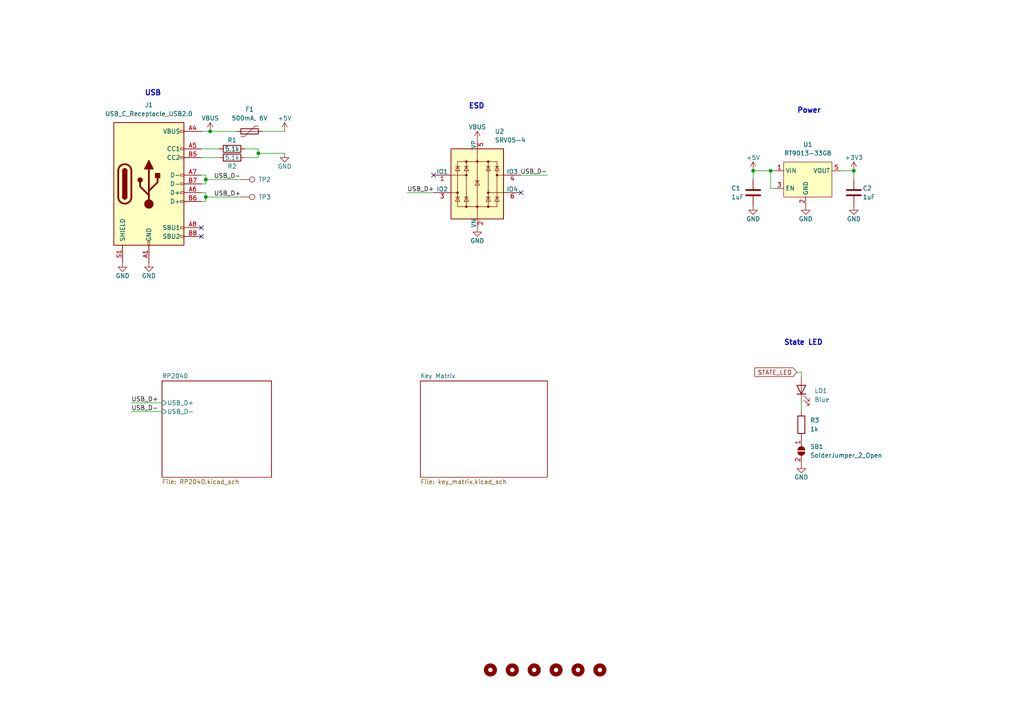
<source format=kicad_sch>
(kicad_sch (version 20211123) (generator eeschema)
  (paper "A4")
  (title_block (title "Calcite52 Keyboard") (rev "1.0") (comment 1 "MIT License (Open source hardware)"))
  (lib_symbols
    (symbol "Connector:TestPoint" (pin_numbers hide) (pin_names (offset 0.762) hide)
      (property "Reference" "TP" (at 0 6.858 0))
      (property "Value" "TestPoint" (at 0 5.08 0))
      (symbol "TestPoint_0_1"
        (circle (center 0 3.302) (radius 0.762))
      )
      (symbol "TestPoint_1_1"
        (pin passive line (at 0 0 90) (length 2.54) (name "1") (number "1"))
      )
    )
    (symbol "Connector:USB_C_Receptacle_USB2.0" (pin_names (offset 1.016))
      (property "Reference" "J" (at -10.16 19.05 0))
      (property "Value" "USB_C_Receptacle_USB2.0" (at 19.05 19.05 0))
      (symbol "USB_C_Receptacle_USB2.0_0_0"
        (rectangle (start -0.254 -17.78) (end 0.254 -16.764))
        (rectangle (start 10.16 -14.986) (end 9.144 -15.494))
        (rectangle (start 10.16 -12.446) (end 9.144 -12.954))
        (rectangle (start 10.16 -4.826) (end 9.144 -5.334))
        (rectangle (start 10.16 -2.286) (end 9.144 -2.794))
        (rectangle (start 10.16 0.254) (end 9.144 -0.254))
        (rectangle (start 10.16 2.794) (end 9.144 2.286))
        (rectangle (start 10.16 7.874) (end 9.144 7.366))
        (rectangle (start 10.16 10.414) (end 9.144 9.906))
        (rectangle (start 10.16 15.494) (end 9.144 14.986))
      )
      (symbol "USB_C_Receptacle_USB2.0_0_1"
        (rectangle (start -10.16 17.78) (end 10.16 -17.78) (stroke (width 0.254)) (fill (type background)))
        (arc (start -8.89 -3.81) (mid -6.985 -5.715) (end -5.08 -3.81) (stroke (width 0.508)))
        (arc (start -7.62 -3.81) (mid -6.985 -4.445) (end -6.35 -3.81) (stroke (width 0.254)))
        (arc (start -7.62 -3.81) (mid -6.985 -4.445) (end -6.35 -3.81) (stroke (width 0.254)) (fill (type outline)))
        (rectangle (start -7.62 -3.81) (end -6.35 3.81) (stroke (width 0.254)) (fill (type outline)))
        (arc (start -6.35 3.81) (mid -6.985 4.445) (end -7.62 3.81) (stroke (width 0.254)))
        (arc (start -6.35 3.81) (mid -6.985 4.445) (end -7.62 3.81) (stroke (width 0.254)) (fill (type outline)))
        (arc (start -5.08 3.81) (mid -6.985 5.715) (end -8.89 3.81) (stroke (width 0.508)))
        (circle (center -2.54 1.143) (radius 0.635) (stroke (width 0.254)) (fill (type outline)))
        (circle (center 0 -5.842) (radius 1.27) (fill (type outline)))
        (polyline (pts (xy -8.89 -3.81) (xy -8.89 3.81)) (stroke (width 0.508)))
        (polyline (pts (xy -5.08 3.81) (xy -5.08 -3.81)) (stroke (width 0.508)))
        (polyline (pts (xy 0 -5.842) (xy 0 4.318)) (stroke (width 0.508)))
        (polyline (pts (xy 0 -3.302) (xy -2.54 -0.762) (xy -2.54 0.508)) (stroke (width 0.508)))
        (polyline (pts (xy 0 -2.032) (xy 2.54 0.508) (xy 2.54 1.778)) (stroke (width 0.508)))
        (polyline (pts (xy -1.27 4.318) (xy 0 6.858) (xy 1.27 4.318) (xy -1.27 4.318)) (stroke (width 0.254)) (fill (type outline)))
        (rectangle (start 1.905 1.778) (end 3.175 3.048) (stroke (width 0.254)) (fill (type outline)))
      )
      (symbol "USB_C_Receptacle_USB2.0_1_1"
        (pin passive line (at 0 -22.86 90) (length 5.08) (name "GND") (number "A1"))
        (pin passive line (at 0 -22.86 90) (length 5.08) hide (name "GND") (number "A12"))
        (pin passive line (at 15.24 15.24 180) (length 5.08) (name "VBUS") (number "A4"))
        (pin bidirectional line (at 15.24 10.16 180) (length 5.08) (name "CC1") (number "A5"))
        (pin bidirectional line (at 15.24 -2.54 180) (length 5.08) (name "D+") (number "A6"))
        (pin bidirectional line (at 15.24 2.54 180) (length 5.08) (name "D-") (number "A7"))
        (pin bidirectional line (at 15.24 -12.7 180) (length 5.08) (name "SBU1") (number "A8"))
        (pin passive line (at 15.24 15.24 180) (length 5.08) hide (name "VBUS") (number "A9"))
        (pin passive line (at 0 -22.86 90) (length 5.08) hide (name "GND") (number "B1"))
        (pin passive line (at 0 -22.86 90) (length 5.08) hide (name "GND") (number "B12"))
        (pin passive line (at 15.24 15.24 180) (length 5.08) hide (name "VBUS") (number "B4"))
        (pin bidirectional line (at 15.24 7.62 180) (length 5.08) (name "CC2") (number "B5"))
        (pin bidirectional line (at 15.24 -5.08 180) (length 5.08) (name "D+") (number "B6"))
        (pin bidirectional line (at 15.24 0 180) (length 5.08) (name "D-") (number "B7"))
        (pin bidirectional line (at 15.24 -15.24 180) (length 5.08) (name "SBU2") (number "B8"))
        (pin passive line (at 15.24 15.24 180) (length 5.08) hide (name "VBUS") (number "B9"))
        (pin passive line (at -7.62 -22.86 90) (length 5.08) (name "SHIELD") (number "S1"))
      )
    )
    (symbol "Device:C" (pin_numbers hide) (pin_names (offset 0.254))
      (property "Reference" "C" (at 0.635 2.54 0))
      (property "Value" "C" (at 0.635 -2.54 0))
      (symbol "C_0_1"
        (polyline (pts (xy -2.032 -0.762) (xy 2.032 -0.762)) (stroke (width 0.508)))
        (polyline (pts (xy -2.032 0.762) (xy 2.032 0.762)) (stroke (width 0.508)))
      )
      (symbol "C_1_1"
        (pin passive line (at 0 3.81 270) (length 2.794) (name "~") (number "1"))
        (pin passive line (at 0 -3.81 90) (length 2.794) (name "~") (number "2"))
      )
    )
    (symbol "Device:LED" (pin_numbers hide) (pin_names (offset 1.016) hide)
      (property "Reference" "D" (at 0 2.54 0))
      (property "Value" "LED" (at 0 -2.54 0))
      (symbol "LED_0_1"
        (polyline (pts (xy -1.27 -1.27) (xy -1.27 1.27)) (stroke (width 0.254)))
        (polyline (pts (xy -1.27 0) (xy 1.27 0)))
        (polyline (pts (xy 1.27 -1.27) (xy 1.27 1.27) (xy -1.27 0) (xy 1.27 -1.27)) (stroke (width 0.254)))
        (polyline (pts (xy -3.048 -0.762) (xy -4.572 -2.286) (xy -3.81 -2.286) (xy -4.572 -2.286) (xy -4.572 -1.524)))
        (polyline (pts (xy -1.778 -0.762) (xy -3.302 -2.286) (xy -2.54 -2.286) (xy -3.302 -2.286) (xy -3.302 -1.524)))
      )
      (symbol "LED_1_1"
        (pin passive line (at -3.81 0 0) (length 2.54) (name "K") (number "1"))
        (pin passive line (at 3.81 0 180) (length 2.54) (name "A") (number "2"))
      )
    )
    (symbol "Device:Polyfuse" (pin_numbers hide) (pin_names (offset 0))
      (property "Reference" "F" (at -2.54 0 90))
      (property "Value" "Polyfuse" (at 2.54 0 90))
      (symbol "Polyfuse_0_1"
        (rectangle (start -0.762 2.54) (end 0.762 -2.54) (stroke (width 0.254)))
        (polyline (pts (xy 0 2.54) (xy 0 -2.54)))
        (polyline (pts (xy -1.524 2.54) (xy -1.524 1.524) (xy 1.524 -1.524) (xy 1.524 -2.54)))
      )
      (symbol "Polyfuse_1_1"
        (pin passive line (at 0 3.81 270) (length 1.27) (name "~") (number "1"))
        (pin passive line (at 0 -3.81 90) (length 1.27) (name "~") (number "2"))
      )
    )
    (symbol "Device:R" (pin_numbers hide) (pin_names (offset 0))
      (property "Reference" "R" (at 2.032 0 90))
      (property "Value" "R" (at 0 0 90))
      (symbol "R_0_1"
        (rectangle (start -1.016 -2.54) (end 1.016 2.54) (stroke (width 0.254)))
      )
      (symbol "R_1_1"
        (pin passive line (at 0 3.81 270) (length 1.27) (name "~") (number "1"))
        (pin passive line (at 0 -3.81 90) (length 1.27) (name "~") (number "2"))
      )
    )
    (symbol "Jumper:SolderJumper_2_Open" (pin_names (offset 0) hide)
      (property "Reference" "JP" (at 0 2.032 0))
      (property "Value" "SolderJumper_2_Open" (at 0 -2.54 0))
      (symbol "SolderJumper_2_Open_0_1"
        (arc (start -0.254 1.016) (mid -1.27 0) (end -0.254 -1.016))
        (arc (start -0.254 1.016) (mid -1.27 0) (end -0.254 -1.016) (fill (type outline)))
        (polyline (pts (xy -0.254 1.016) (xy -0.254 -1.016)))
        (polyline (pts (xy 0.254 1.016) (xy 0.254 -1.016)))
        (arc (start 0.254 -1.016) (mid 1.27 0) (end 0.254 1.016))
        (arc (start 0.254 -1.016) (mid 1.27 0) (end 0.254 1.016) (fill (type outline)))
      )
      (symbol "SolderJumper_2_Open_1_1"
        (pin passive line (at -3.81 0 0) (length 2.54) (name "A") (number "1"))
        (pin passive line (at 3.81 0 180) (length 2.54) (name "B") (number "2"))
      )
    )
    (symbol "Mechanical:MountingHole" (pin_names (offset 1.016))
      (property "Reference" "H" (at 0 5.08 0))
      (property "Value" "MountingHole" (at 0 3.175 0))
      (symbol "MountingHole_0_1"
        (circle (center 0 0) (radius 1.27) (stroke (width 1.27)))
      )
    )
    (symbol "Power_Protection:SRV05-4" (pin_names (offset 0))
      (property "Reference" "U" (at -5.08 11.43 0))
      (property "Value" "SRV05-4" (at 2.54 11.43 0))
      (symbol "SRV05-4_0_0"
        (rectangle (start -5.715 6.477) (end 5.715 -6.604))
        (polyline (pts (xy -3.175 -6.604) (xy -3.175 6.477)))
        (polyline (pts (xy 3.175 6.477) (xy 3.175 -6.604)))
      )
      (symbol "SRV05-4_0_1"
        (rectangle (start -7.62 10.16) (end 7.62 -10.16) (stroke (width 0.254)) (fill (type background)))
        (circle (center -5.715 -2.54) (radius 0.2794) (fill (type outline)))
        (circle (center -3.175 -6.604) (radius 0.2794) (fill (type outline)))
        (circle (center -3.175 2.54) (radius 0.2794) (fill (type outline)))
        (circle (center -3.175 6.477) (radius 0.2794) (fill (type outline)))
        (circle (center 0 -6.604) (radius 0.2794) (fill (type outline)))
        (polyline (pts (xy -7.747 2.54) (xy -3.175 2.54)))
        (polyline (pts (xy -7.62 -2.54) (xy -5.715 -2.54)))
        (polyline (pts (xy -5.08 -3.81) (xy -6.35 -3.81)))
        (polyline (pts (xy -5.08 5.08) (xy -6.35 5.08)))
        (polyline (pts (xy -2.54 -3.81) (xy -3.81 -3.81)))
        (polyline (pts (xy -2.54 5.08) (xy -3.81 5.08)))
        (polyline (pts (xy 0 10.16) (xy 0 -10.16)))
        (polyline (pts (xy 3.81 -3.81) (xy 2.54 -3.81)))
        (polyline (pts (xy 3.81 5.08) (xy 2.54 5.08)))
        (polyline (pts (xy 6.35 -3.81) (xy 5.08 -3.81)))
        (polyline (pts (xy 6.35 5.08) (xy 5.08 5.08)))
        (polyline (pts (xy 7.62 -2.54) (xy 3.175 -2.54)))
        (polyline (pts (xy 7.62 2.54) (xy 5.715 2.54)))
        (polyline (pts (xy 0.635 0.889) (xy -0.635 0.889) (xy -0.635 0.635)))
        (polyline (pts (xy -5.08 -5.08) (xy -6.35 -5.08) (xy -5.715 -3.81) (xy -5.08 -5.08)))
        (polyline (pts (xy -5.08 3.81) (xy -6.35 3.81) (xy -5.715 5.08) (xy -5.08 3.81)))
        (polyline (pts (xy -2.54 -5.08) (xy -3.81 -5.08) (xy -3.175 -3.81) (xy -2.54 -5.08)))
        (polyline (pts (xy -2.54 3.81) (xy -3.81 3.81) (xy -3.175 5.08) (xy -2.54 3.81)))
        (polyline (pts (xy 0.635 -0.381) (xy -0.635 -0.381) (xy 0 0.889) (xy 0.635 -0.381)))
        (polyline (pts (xy 3.81 -5.08) (xy 2.54 -5.08) (xy 3.175 -3.81) (xy 3.81 -5.08)))
        (polyline (pts (xy 3.81 3.81) (xy 2.54 3.81) (xy 3.175 5.08) (xy 3.81 3.81)))
        (polyline (pts (xy 6.35 -5.08) (xy 5.08 -5.08) (xy 5.715 -3.81) (xy 6.35 -5.08)))
        (polyline (pts (xy 6.35 3.81) (xy 5.08 3.81) (xy 5.715 5.08) (xy 6.35 3.81)))
        (circle (center 0 6.477) (radius 0.2794) (fill (type outline)))
        (circle (center 3.175 -6.604) (radius 0.2794) (fill (type outline)))
        (circle (center 3.175 -2.54) (radius 0.2794) (fill (type outline)))
        (circle (center 3.175 6.477) (radius 0.2794) (fill (type outline)))
        (circle (center 5.715 2.54) (radius 0.2794) (fill (type outline)))
      )
      (symbol "SRV05-4_1_1"
        (pin passive line (at -12.7 2.54 0) (length 5.08) (name "IO1") (number "1"))
        (pin passive line (at 0 -12.7 90) (length 2.54) (name "VN") (number "2"))
        (pin passive line (at -12.7 -2.54 0) (length 5.08) (name "IO2") (number "3"))
        (pin passive line (at 12.7 2.54 180) (length 5.08) (name "IO3") (number "4"))
        (pin passive line (at 0 12.7 270) (length 2.54) (name "VP") (number "5"))
        (pin passive line (at 12.7 -2.54 180) (length 5.08) (name "IO4") (number "6"))
      )
    )
    (symbol "power:+3V3" (power) (pin_names (offset 0))
      (property "Value" "+3V3" (at 0 3.556 0))
      (symbol "+3V3_0_1"
        (polyline (pts (xy -0.762 1.27) (xy 0 2.54)))
        (polyline (pts (xy 0 0) (xy 0 2.54)))
        (polyline (pts (xy 0 2.54) (xy 0.762 1.27)))
      )
      (symbol "+3V3_1_1"
        (pin power_in line (at 0 0 90) (length 0) hide (name "+3V3") (number "1"))
      )
    )
    (symbol "power:+5V" (power) (pin_names (offset 0))
      (property "Value" "+5V" (at 0 3.556 0))
      (symbol "+5V_0_1"
        (polyline (pts (xy -0.762 1.27) (xy 0 2.54)))
        (polyline (pts (xy 0 0) (xy 0 2.54)))
        (polyline (pts (xy 0 2.54) (xy 0.762 1.27)))
      )
      (symbol "+5V_1_1"
        (pin power_in line (at 0 0 90) (length 0) hide (name "+5V") (number "1"))
      )
    )
    (symbol "power:GND" (power) (pin_names (offset 0))
      (property "Value" "GND" (at 0 -3.81 0))
      (symbol "GND_0_1"
        (polyline (pts (xy 0 0) (xy 0 -1.27) (xy 1.27 -1.27) (xy 0 -2.54) (xy -1.27 -1.27) (xy 0 -1.27)))
      )
      (symbol "GND_1_1"
        (pin power_in line (at 0 0 270) (length 0) hide (name "GND") (number "1"))
      )
    )
    (symbol "power:VBUS" (power) (pin_names (offset 0))
      (property "Value" "VBUS" (at 0 3.81 0))
      (symbol "VBUS_0_1"
        (polyline (pts (xy -0.762 1.27) (xy 0 2.54)))
        (polyline (pts (xy 0 0) (xy 0 2.54)))
        (polyline (pts (xy 0 2.54) (xy 0.762 1.27)))
      )
      (symbol "VBUS_1_1"
        (pin power_in line (at 0 0 90) (length 0) hide (name "VBUS") (number "1"))
      )
    )
    (symbol "rp-micro:RT9013-33GB"
      (property "Reference" "U?" (at 0 8.89 0))
      (property "Value" "RT9013-33GB" (at 0 6.35 0))
      (symbol "RT9013-33GB_0_0"
        (pin no_connect non_logic (at 10.16 -2.54 180) (length 2.54) hide (name "NC") (number "4"))
      )
      (symbol "RT9013-33GB_0_1"
        (rectangle (start -6.35 5.08) (end 7.62 -5.08) (fill (type background)))
      )
      (symbol "RT9013-33GB_1_1"
        (pin power_in line (at -8.89 2.54 0) (length 2.54) (name "VIN") (number "1"))
        (pin power_in line (at 0 -7.62 90) (length 2.54) (name "GND") (number "2"))
        (pin input line (at -8.89 -2.54 0) (length 2.54) (name "EN") (number "3"))
        (pin power_out line (at 10.16 2.54 180) (length 2.54) (name "VOUT") (number "5"))
      )
    )
  )
  (junction (at 59.69 57.15))
  (junction (at 60.96 38.1))
  (junction (at 218.44 49.53))
  (junction (at 247.65 49.53))
  (junction (at 59.69 52.07))
  (junction (at 223.52 49.53))
  (junction (at 74.93 44.45))
  (no_connect (at 58.42 68.58))
  (no_connect (at 125.73 50.8))
  (no_connect (at 151.13 55.88))
  (no_connect (at 58.42 66.04))
  (wire (pts (xy 38.1 116.84) (xy 46.99 116.84)))
  (wire (pts (xy 74.93 45.72) (xy 71.12 45.72)))
  (wire (pts (xy 58.42 38.1) (xy 60.96 38.1)))
  (wire (pts (xy 243.84 49.53) (xy 247.65 49.53)))
  (wire (pts (xy 223.52 49.53) (xy 224.79 49.53)))
  (wire (pts (xy 82.55 38.1) (xy 76.2 38.1)))
  (wire (pts (xy 232.41 109.22) (xy 232.41 107.95)))
  (wire (pts (xy 59.69 52.07) (xy 59.69 53.34)))
  (wire (pts (xy 58.42 45.72) (xy 63.5 45.72)))
  (wire (pts (xy 59.69 53.34) (xy 58.42 53.34)))
  (wire (pts (xy 218.44 49.53) (xy 223.52 49.53)))
  (wire (pts (xy 74.93 43.18) (xy 74.93 44.45)))
  (wire (pts (xy 59.69 50.8) (xy 59.69 52.07)))
  (wire (pts (xy 158.75 50.8) (xy 151.13 50.8)))
  (wire (pts (xy 59.69 55.88) (xy 59.69 57.15)))
  (wire (pts (xy 74.93 44.45) (xy 74.93 45.72)))
  (wire (pts (xy 247.65 49.53) (xy 247.65 52.07)))
  (wire (pts (xy 224.79 54.61) (xy 223.52 54.61)))
  (wire (pts (xy 63.5 43.18) (xy 58.42 43.18)))
  (wire (pts (xy 74.93 44.45) (xy 82.55 44.45)))
  (wire (pts (xy 223.52 54.61) (xy 223.52 49.53)))
  (wire (pts (xy 58.42 50.8) (xy 59.69 50.8)))
  (wire (pts (xy 38.1 119.38) (xy 46.99 119.38)))
  (wire (pts (xy 218.44 49.53) (xy 218.44 52.07)))
  (wire (pts (xy 59.69 52.07) (xy 69.85 52.07)))
  (wire (pts (xy 58.42 55.88) (xy 59.69 55.88)))
  (wire (pts (xy 74.93 43.18) (xy 71.12 43.18)))
  (wire (pts (xy 68.58 38.1) (xy 60.96 38.1)))
  (wire (pts (xy 59.69 57.15) (xy 69.85 57.15)))
  (wire (pts (xy 59.69 57.15) (xy 59.69 58.42)))
  (wire (pts (xy 231.14 107.95) (xy 232.41 107.95)))
  (wire (pts (xy 118.11 55.88) (xy 125.73 55.88)))
  (wire (pts (xy 58.42 58.42) (xy 59.69 58.42)))
  (wire (pts (xy 232.41 119.38) (xy 232.41 116.84)))
  (text "ESD" (at 135.89 31.75 0) (effects (font (size 1.5 1.5) (thickness 0.3) bold) (justify left bottom)))
  (text "State LED" (at 227.33 100.33 0) (effects (font (size 1.5 1.5) (thickness 0.3) bold) (justify left bottom)))
  (text "USB" (at 41.91 27.94 0) (effects (font (size 1.5 1.5) (thickness 0.3) bold) (justify left bottom)))
  (text "Power\n" (at 231.14 33.02 0) (effects (font (size 1.5 1.5) (thickness 0.3) bold) (justify left bottom)))
  (label "USB_D-" (at 69.85 52.07 180))
  (label "USB_D+" (at 69.85 57.15 180))
  (label "USB_D+" (at 38.1 116.84 0))
  (label "USB_D-" (at 158.75 50.8 180))
  (label "USB_D-" (at 38.1 119.38 0))
  (label "USB_D+" (at 118.11 55.88 0))
  (global_label "STATE_LED" (shape input) (at 231.14 107.95 180) (property "Intersheet References" "${INTERSHEET_REFS}" (effects hide)))
  (symbol (lib_id "power:+5V") (at 218.44 49.53 0) (unit 1)
    (property "Reference" "#PWR05" (effects hide))
    (property "Value" "+5V" (at 218.44 45.72 0))
  )
  (symbol (lib_id "Connector:TestPoint") (at 69.85 52.07 270) (unit 1) (in_bom no)
    (property "Reference" "TP2" (at 74.93 52.07 90) (effects (justify left)))
    (property "Value" "TestPoint" (effects hide))
    (property "Footprint" "TestPoint:TestPoint_Pad_1.5x1.5mm" (effects hide))
  )
  (symbol (lib_id "Mechanical:MountingHole") (at 142.24 194.31 0) (unit 1) (in_bom no)
    (property "Reference" "H1" (effects hide))
    (property "Value" "MountingHole" (effects hide))
    (property "Footprint" "MountingHole:MountingHole_2.2mm_M2" (effects hide))
  )
  (symbol (lib_id "Mechanical:MountingHole") (at 173.99 194.31 0) (unit 1) (in_bom no)
    (property "Reference" "H6" (effects hide))
    (property "Value" "MountingHole" (effects hide))
    (property "Footprint" "MountingHole:MountingHole_2.2mm_M2" (effects hide))
  )
  (symbol (lib_id "power:VBUS") (at 60.96 38.1 0) (unit 1)
    (property "Reference" "#PWR01" (effects hide))
    (property "Value" "VBUS" (at 60.96 34.29 0))
  )
  (symbol (lib_id "power:GND") (at 218.44 59.69 0) (unit 1)
    (property "Reference" "#PWR07" (effects hide))
    (property "Value" "GND" (at 218.44 63.5 0))
  )
  (symbol (lib_id "power:+5V") (at 82.55 38.1 0) (unit 1)
    (property "Reference" "#PWR02" (effects hide))
    (property "Value" "+5V" (at 82.55 34.29 0))
  )
  (symbol (lib_id "power:GND") (at 138.43 66.04 0) (unit 1)
    (property "Reference" "#PWR011" (effects hide))
    (property "Value" "GND" (at 138.43 69.85 0))
  )
  (symbol (lib_id "Mechanical:MountingHole") (at 154.94 194.31 0) (unit 1) (in_bom no)
    (property "Reference" "H3" (effects hide))
    (property "Value" "MountingHole" (effects hide))
    (property "Footprint" "MountingHole:MountingHole_2.2mm_M2" (effects hide))
  )
  (symbol (lib_id "Jumper:SolderJumper_2_Open") (at 232.41 130.81 270) (unit 1)
    (property "Reference" "SB1" (at 234.95 129.5399 90) (effects (justify left)))
    (property "Value" "SolderJumper_2_Open" (at 234.95 132.0799 90) (effects (justify left)))
    (property "Footprint" "Jumper:SolderJumper-2_P1.3mm_Open_TrianglePad1.0x1.5mm" (effects hide))
  )
  (symbol (lib_id "Device:LED") (at 232.41 113.03 90) (unit 1)
    (property "Reference" "LD1" (at 236.22 113.3474 90) (effects (justify right)))
    (property "Value" "Blue" (at 236.22 115.8874 90) (effects (justify right)))
    (property "Footprint" "LED_SMD:LED_0603_1608Metric" (effects hide))
    (property "LCSC" "C72043" (effects hide))
    (property "MFR. Part #" "19-217/GHC-YR1S2/3T" (effects hide))
  )
  (symbol (lib_id "power:GND") (at 233.68 59.69 0) (unit 1)
    (property "Reference" "#PWR08" (effects hide))
    (property "Value" "GND" (at 233.68 63.5 0))
  )
  (symbol (lib_id "Device:R") (at 232.41 123.19 0) (mirror y) (unit 1)
    (property "Reference" "R3" (at 234.95 121.92 0) (effects (justify right)))
    (property "Value" "1k" (at 234.95 124.46 0) (effects (justify right)))
    (property "Footprint" "Resistor_SMD:R_0402_1005Metric" (effects hide))
    (property "MFR. Part #" "0402WGF1001TCE " (effects hide))
    (property "LCSC" "C11702" (effects hide))
  )
  (symbol (lib_id "power:GND") (at 247.65 59.69 0) (unit 1)
    (property "Reference" "#PWR09" (effects hide))
    (property "Value" "GND" (at 247.65 63.5 0))
  )
  (symbol (lib_id "Mechanical:MountingHole") (at 161.29 194.31 0) (unit 1) (in_bom no)
    (property "Reference" "H4" (effects hide))
    (property "Value" "MountingHole" (effects hide))
    (property "Footprint" "MountingHole:MountingHole_2.2mm_M2" (effects hide))
  )
  (symbol (lib_id "Device:R") (at 67.31 45.72 90) (unit 1)
    (property "Reference" "R2" (at 67.31 48.26 90))
    (property "Value" "5.1k" (at 67.31 45.72 90))
    (property "Footprint" "Resistor_SMD:R_0402_1005Metric" (effects hide))
    (property "MFR. Part #" "0402WGF5101TCE" (effects hide))
    (property "LCSC" "C25905" (effects hide))
  )
  (symbol (lib_id "power:GND") (at 82.55 44.45 0) (unit 1)
    (property "Reference" "#PWR03" (effects hide))
    (property "Value" "GND" (at 82.55 48.26 0))
  )
  (symbol (lib_id "Connector:TestPoint") (at 69.85 57.15 270) (unit 1) (in_bom no)
    (property "Reference" "TP3" (at 74.93 57.15 90) (effects (justify left)))
    (property "Value" "TestPoint" (effects hide))
    (property "Footprint" "TestPoint:TestPoint_Pad_1.5x1.5mm" (effects hide))
  )
  (symbol (lib_id "Connector:USB_C_Receptacle_USB2.0") (at 43.18 53.34 0) (unit 1)
    (property "Reference" "J1" (at 43.18 30.48 0))
    (property "Value" "USB_C_Receptacle_USB2.0" (at 43.18 33.02 0))
    (property "Footprint" "Connector_USB:USB_C_Receptacle_HRO_TYPE-C-31-M-12" (effects hide))
    (property "Datasheet" "https://www.usb.org/sites/default/files/documents/usb_type-c.zip" (effects hide))
    (property "MFR. Part #" "TYPE-C-31-M-12" (effects hide))
    (property "LCSC" "C165948" (effects hide))
  )
  (symbol (lib_id "Mechanical:MountingHole") (at 148.59 194.31 0) (unit 1) (in_bom no)
    (property "Reference" "H2" (effects hide))
    (property "Value" "MountingHole" (effects hide))
    (property "Footprint" "MountingHole:MountingHole_2.2mm_M2" (effects hide))
  )
  (symbol (lib_id "power:+3V3") (at 247.65 49.53 0) (unit 1)
    (property "Reference" "#PWR06" (effects hide))
    (property "Value" "+3V3" (at 247.65 45.72 0))
  )
  (symbol (lib_id "Power_Protection:SRV05-4") (at 138.43 53.34 0) (unit 1)
    (property "Reference" "U2" (at 143.51 38.1 0) (effects (justify left)))
    (property "Value" "SRV05-4" (at 143.51 40.64 0) (effects (justify left)))
    (property "Footprint" "Package_TO_SOT_SMD:SOT-23-6" (effects hide))
    (property "Datasheet" "http://www.onsemi.com/pub/Collateral/SRV05-4-D.PDF" (effects hide))
    (property "LCSC" "C85364" (effects hide))
    (property "MFR. Part #" "SRV05-4-P-T7" (effects hide))
  )
  (symbol (lib_id "power:GND") (at 35.56 76.2 0) (unit 1)
    (property "Reference" "#PWR012" (effects hide))
    (property "Value" "GND" (at 35.56 80.01 0))
  )
  (symbol (lib_id "power:VBUS") (at 138.43 40.64 0) (unit 1)
    (property "Reference" "#PWR0102" (effects hide))
    (property "Value" "VBUS" (at 138.43 36.83 0))
  )
  (symbol (lib_id "power:GND") (at 232.41 134.62 0) (unit 1)
    (property "Reference" "#PWR0101" (effects hide))
    (property "Value" "GND" (at 232.41 138.43 0))
  )
  (symbol (lib_id "Device:C") (at 247.65 55.88 0) (unit 1)
    (property "Reference" "C2" (at 250.19 54.61 0) (effects (justify left)))
    (property "Value" "1uF" (at 250.19 57.15 0) (effects (justify left)))
    (property "Footprint" "Capacitor_SMD:C_0402_1005Metric" (effects hide))
    (property "MFR. Part #" "CL05A105KA5NQNC" (effects hide))
    (property "LCSC" "C52923" (effects hide))
  )
  (symbol (lib_id "Mechanical:MountingHole") (at 167.64 194.31 0) (unit 1) (in_bom no)
    (property "Reference" "H5" (effects hide))
    (property "Value" "MountingHole" (effects hide))
    (property "Footprint" "MountingHole:MountingHole_2.2mm_M2" (effects hide))
  )
  (symbol (lib_id "rp-micro:RT9013-33GB") (at 233.68 52.07 0) (unit 1)
    (property "Reference" "U1" (at 234.315 41.91 0))
    (property "Value" "RT9013-33GB" (at 234.315 44.45 0))
    (property "Footprint" "Package_TO_SOT_SMD:SOT-23-5" (effects hide))
    (property "MFR. Part #" "RT9013-33GB" (effects hide))
    (property "LCSC" "C47773" (effects hide))
  )
  (symbol (lib_id "Device:Polyfuse") (at 72.39 38.1 90) (unit 1)
    (property "Reference" "F1" (at 72.39 31.75 90))
    (property "Value" "500mA, 6V" (at 72.39 34.29 90))
    (property "Footprint" "Fuse:Fuse_0805_2012Metric" (effects hide))
    (property "MFR. Part #" "SMD0805B050TF" (effects hide))
    (property "LCSC" "C269104" (effects hide))
  )
  (symbol (lib_id "power:GND") (at 43.18 76.2 0) (unit 1)
    (property "Reference" "#PWR013" (effects hide))
    (property "Value" "GND" (at 43.18 80.01 0))
  )
  (symbol (lib_id "Device:R") (at 67.31 43.18 90) (unit 1)
    (property "Reference" "R1" (at 67.31 40.64 90))
    (property "Value" "5.1k" (at 67.31 43.18 90))
    (property "Footprint" "Resistor_SMD:R_0402_1005Metric" (effects hide))
    (property "MFR. Part #" "0402WGF5101TCE" (effects hide))
    (property "LCSC" "C25905" (effects hide))
  )
  (symbol (lib_id "Device:C") (at 218.44 55.88 0) (unit 1)
    (property "Reference" "C1" (at 212.09 54.61 0) (effects (justify left)))
    (property "Value" "1uF" (at 212.09 57.15 0) (effects (justify left)))
    (property "Footprint" "Capacitor_SMD:C_0402_1005Metric" (effects hide))
    (property "MFR. Part #" "CL05A105KA5NQNC" (effects hide))
    (property "LCSC" "C52923" (effects hide))
  )
  (sheet (at 46.99 110.49) (size 31.75 27.94) (stroke (width 0.1524))
    (property "Sheet name" "RP2040" (at 46.99 109.7784 0) (effects (justify left bottom)))
    (property "Sheet file" "RP2040.kicad_sch" (at 46.99 139.0146 0) (effects (justify left top)))
    (pin "USB_D+" input (at 46.99 116.84 180))
    (pin "USB_D-" input (at 46.99 119.38 180))
  )
  (sheet (at 121.92 110.49) (size 36.83 27.94) (stroke (width 0.1524))
    (property "Sheet name" "Key Matrix" (at 121.92 109.7784 0) (effects (justify left bottom)))
    (property "Sheet file" "key_matrix.kicad_sch" (at 121.92 139.0146 0) (effects (justify left top)))
  )
)
</source>
